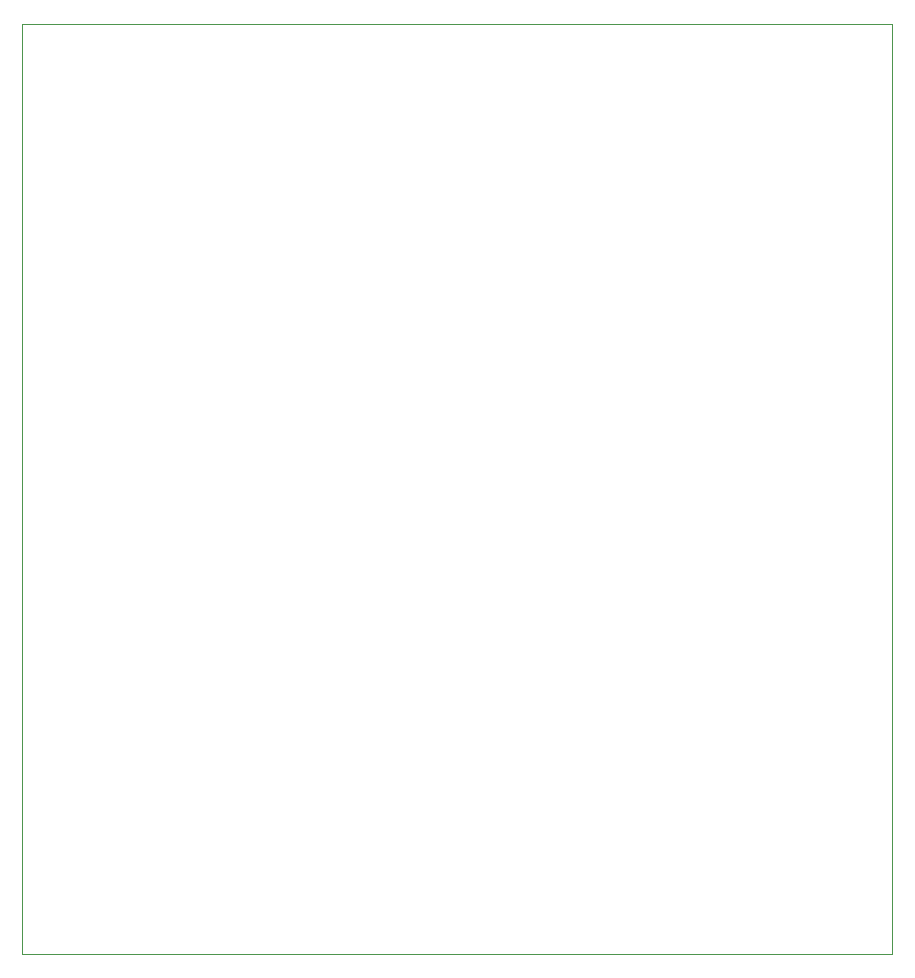
<source format=gbr>
%TF.GenerationSoftware,KiCad,Pcbnew,(6.0.8)*%
%TF.CreationDate,2023-08-19T09:52:22+09:00*%
%TF.ProjectId,tnagi,746e6167-692e-46b6-9963-61645f706362,rev?*%
%TF.SameCoordinates,PX32de760PY8eeaea0*%
%TF.FileFunction,Profile,NP*%
%FSLAX46Y46*%
G04 Gerber Fmt 4.6, Leading zero omitted, Abs format (unit mm)*
G04 Created by KiCad (PCBNEW (6.0.8)) date 2023-08-19 09:52:22*
%MOMM*%
%LPD*%
G01*
G04 APERTURE LIST*
%TA.AperFunction,Profile*%
%ADD10C,0.100000*%
%TD*%
G04 APERTURE END LIST*
D10*
X0Y0D02*
X73660000Y0D01*
X73660000Y78740000D02*
X0Y78740000D01*
X0Y78740000D02*
X0Y0D01*
X73660000Y0D02*
X73660000Y78740000D01*
M02*

</source>
